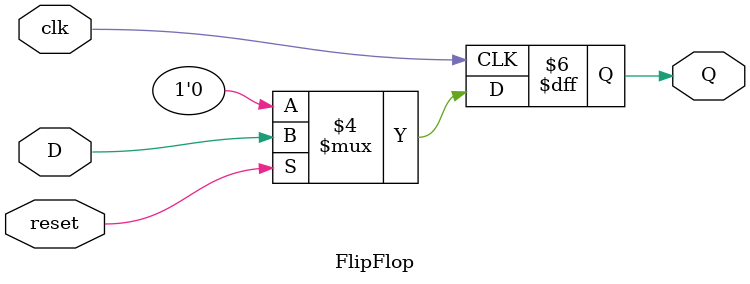
<source format=sv>
module FlipFlop(
    input clk,
    input reset,
    input D,
    output reg Q
    );
    
    always @(posedge(clk)) begin
        if (!reset)
            Q <= 0;
        else
            Q <= D;
    end
endmodule
</source>
